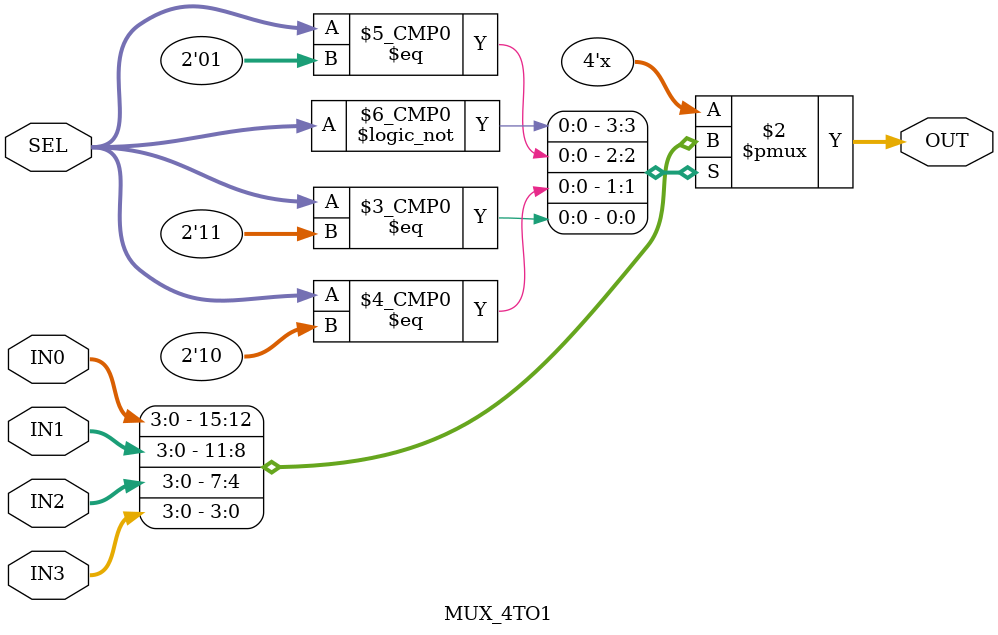
<source format=sv>
module MUX_4TO1 (
    input  logic [3:0] IN0, IN1, IN2, IN3, // Inputs from ADD, SUB, AND, OR
    input  logic [1:0] SEL,                // Select
    output logic [3:0] OUT                 // Selected output
);
    always_comb begin
        case (SEL)
            2'b00: OUT = IN0;  // ADD
            2'b01: OUT = IN1;  // SUB
            2'b10: OUT = IN2;  // AND
            2'b11: OUT = IN3;  // OR
            default: OUT = 4'b0000;
        endcase
    end
endmodule


</source>
